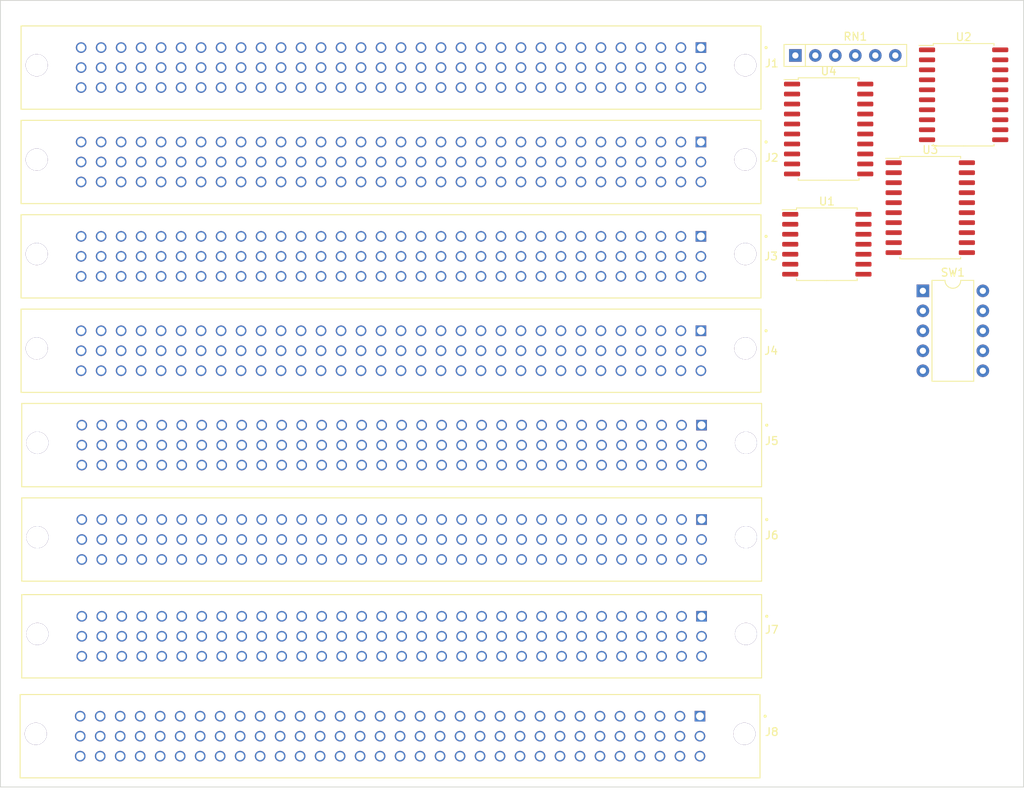
<source format=kicad_pcb>
(kicad_pcb (version 20211014) (generator pcbnew)
  (layers (0 "F.Cu" signal) (31 "B.Cu" signal) (34 "B.Paste" user) (35 "F.Paste" user) (36 "B.SilkS" user "B.Silkscreen") (37 "F.SilkS" user "F.Silkscreen") (38 "B.Mask" user) (39 "F.Mask" user) (44 "Edge.Cuts" user))
  (net 0 "")
  (net 1 "/A1")
  (net 2 "/A2")
  (net 3 "/A3")
  (net 4 "/A4")
  (net 5 "/A5")
  (net 6 "/A6")
  (net 7 "/A7")
  (net 8 "/A8")
  (net 9 "/A9")
  (net 10 "/A10")
  (net 11 "/A11")
  (net 12 "/A12")
  (net 13 "/A13")
  (net 14 "/A14")
  (net 15 "/A15")
  (net 16 "/A16")
  (net 17 "/A17")
  (net 18 "/A18")
  (net 19 "/A19")
  (net 20 "/A20")
  (net 21 "/A21")
  (net 22 "/A22")
  (net 23 "/A23")
  (net 24 "/A24")
  (net 25 "/A25")
  (net 26 "/A26")
  (net 27 "/A27")
  (net 28 "/A28")
  (net 29 "/A29")
  (net 30 "/A30")
  (net 31 "/A31")
  (net 32 "/A32")
  (net 33 "/B1")
  (net 34 "/B2")
  (net 35 "/B3")
  (net 36 "/B4")
  (net 37 "/B5")
  (net 38 "/B6")
  (net 39 "/B7")
  (net 40 "/B8")
  (net 41 "/B9")
  (net 42 "/B10")
  (net 43 "/B11")
  (net 44 "/B12")
  (net 45 "/B13")
  (net 46 "/B14")
  (net 47 "/B15")
  (net 48 "/B16")
  (net 49 "/B17")
  (net 50 "/B18")
  (net 51 "/B19")
  (net 52 "/B20")
  (net 53 "/B21")
  (net 54 "/B22")
  (net 55 "/B23")
  (net 56 "/B24")
  (net 57 "/B25")
  (net 58 "/B26")
  (net 59 "/B27")
  (net 60 "/B28")
  (net 61 "/B29")
  (net 62 "/B30")
  (net 63 "/B31")
  (net 64 "/B32")
  (net 65 "/C1")
  (net 66 "/C2")
  (net 67 "/C3")
  (net 68 "/C4")
  (net 69 "/C5")
  (net 70 "/C6")
  (net 71 "/C7")
  (net 72 "/C8")
  (net 73 "/C9")
  (net 74 "/C10")
  (net 75 "/C11")
  (net 76 "/C12")
  (net 77 "/C13")
  (net 78 "/C14")
  (net 79 "/C15")
  (net 80 "/C16")
  (net 81 "/C17")
  (net 82 "/C18")
  (net 83 "/C19")
  (net 84 "/C20")
  (net 85 "/C21")
  (net 86 "/C22")
  (net 87 "/C23")
  (net 88 "/C24")
  (net 89 "/C25")
  (net 90 "/C26")
  (net 91 "/C27")
  (net 92 "/C28")
  (net 93 "/C29")
  (net 94 "/C30")
  (net 95 "/C31")
  (net 96 "/C32")
  (net 98 "Net-(RN1-Pad2)")
  (net 99 "Net-(RN1-Pad3)")
  (net 100 "Net-(RN1-Pad4)")
  (net 101 "Net-(RN1-Pad5)")
  (net 102 "Net-(RN1-Pad6)")
  (net 103 "+5V")
  (net 104 "Net-(U1-Pad1)")
  (net 105 "Net-(U1-Pad3)")
  (net 109 "GND")
  (net 111 "/a11")
  (net 112 "/a12")
  (net 113 "/a13")
  (net 114 "/a14")
  (net 115 "/a15")
  (net 116 "Net-(U1-Pad2)")
  (net 117 "/a16")
  (net 118 "/a17")
  (net 119 "/a18")
  (net 120 "/a19")
  (net 121 "/a20")
  (net 122 "/a21")
  (net 123 "/a22")
  (net 124 "/a23")
  (net 125 "/a24")
  (net 126 "/a25")
  (net 127 "/a26")
  (net 128 "/a27")
  (net 129 "/a28")
  (net 130 "/a29")
  (net 131 "/a30")
  (net 132 "/a31")
  (footprint "Resistor_THT:R_Array_SIP6" (layer "F.Cu") (at 131 47)
    (fp_text reference "RN1")
    (fp_text value "R_Network05_US")
  )
  (footprint "Package_DIP:DIP-10_W7.62mm" (layer "F.Cu") (at 147.2 76.925)
    (fp_text reference "SW1")
    (fp_text value "SW_DIP_x05")
  )
  (footprint "535043-4:TE_535043-4" (layer "F.Cu") (at 119.0825 118.3)
    (fp_text reference "J7")
    (fp_text value "Bus")
  )
  (footprint "Package_SO:SOIC-20W_7.5x12.8mm_P1.27mm" (layer "F.Cu") (at 148.14 66.35)
    (fp_text reference "U3")
    (fp_text value "74HC688")
  )
  (footprint "535043-4:TE_535043-4" (layer "F.Cu") (at 119 46)
    (fp_text reference "J1")
    (fp_text value "Bus")
  )
  (footprint "535043-4:TE_535043-4" (layer "F.Cu") (at 119.0825 94)
    (fp_text reference "J5")
    (fp_text value "Bus")
  )
  (footprint "535043-4:TE_535043-4" (layer "F.Cu") (at 118.88 131)
    (fp_text reference "J8")
    (fp_text value "Bus")
  )
  (footprint "Package_SO:SOIC-20W_7.5x12.8mm_P1.27mm" (layer "F.Cu") (at 152.38 52)
    (fp_text reference "U2")
    (fp_text value "74HC688")
  )
  (footprint "Package_SO:SOIC-14W_7.5x9mm_P1.27mm" (layer "F.Cu") (at 135 71)
    (fp_text reference "U1")
    (fp_text value "74HC02")
  )
  (footprint "535043-4:TE_535043-4" (layer "F.Cu") (at 119 82)
    (fp_text reference "J4")
    (fp_text value "Bus")
  )
  (footprint "535043-4:TE_535043-4" (layer "F.Cu") (at 119 58)
    (fp_text reference "J2")
    (fp_text value "Bus")
  )
  (footprint "535043-4:TE_535043-4" (layer "F.Cu") (at 119 70)
    (fp_text reference "J3")
    (fp_text value "Bus")
  )
  (footprint "Package_SO:SOIC-20W_7.5x12.8mm_P1.27mm" (layer "F.Cu") (at 135.23 56.35)
    (fp_text reference "U4")
    (fp_text value "74HC688")
  )
  (footprint "535043-4:TE_535043-4" (layer "F.Cu") (at 119.0825 106)
    (fp_text reference "J6")
    (fp_text value "Bus")
  )
  (gr_rect (start 30 40) (end 160 140) (layer "Edge.Cuts") (width 0.1) (fill none))
)
</source>
